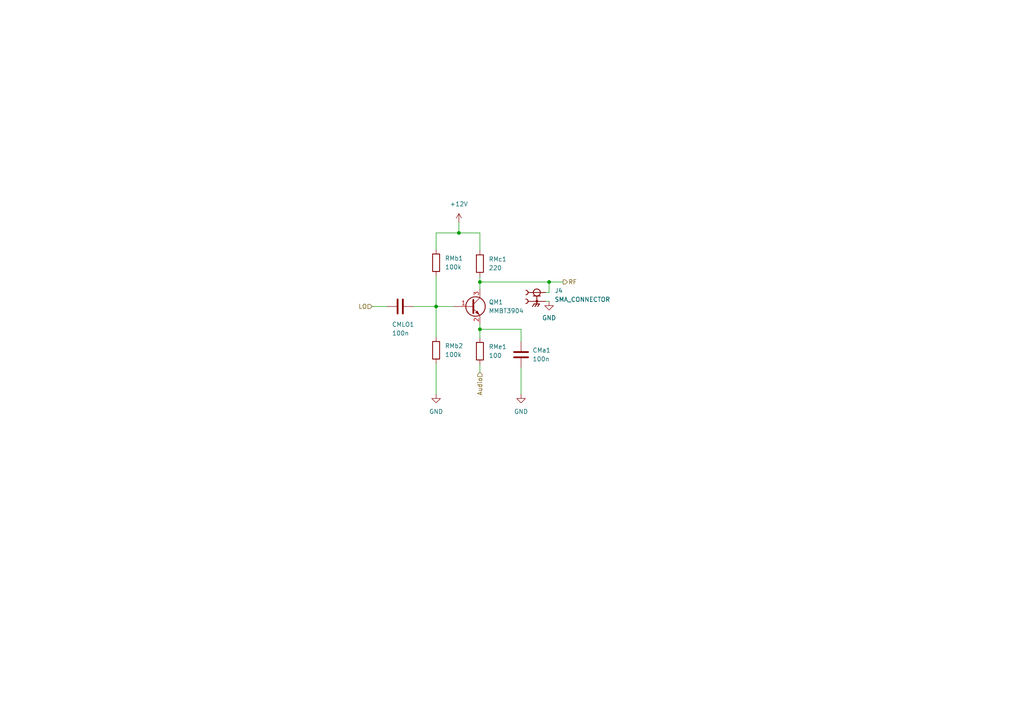
<source format=kicad_sch>
(kicad_sch (version 20211123) (generator eeschema)
  (paper "A4")
  (lib_symbols
    (symbol "Device:C" (pin_numbers hide) (pin_names (offset 0.254))
      (property "Reference" "C" (at 0.635 2.54 0))
      (property "Value" "C" (at 0.635 -2.54 0))
      (symbol "C_0_1"
        (polyline (pts (xy -2.032 -0.762) (xy 2.032 -0.762)) (stroke (width 0.508)))
        (polyline (pts (xy -2.032 0.762) (xy 2.032 0.762)) (stroke (width 0.508)))
      )
      (symbol "C_1_1"
        (pin passive line (at 0 3.81 270) (length 2.794) (name "~") (number "1"))
        (pin passive line (at 0 -3.81 90) (length 2.794) (name "~") (number "2"))
      )
    )
    (symbol "Device:Q_NPN_BEC" (pin_names (offset 0) hide)
      (property "Reference" "Q" (at 5.08 1.27 0))
      (property "Value" "Q_NPN_BEC" (at 5.08 -1.27 0))
      (symbol "Q_NPN_BEC_0_1"
        (polyline (pts (xy 0.635 0.635) (xy 2.54 2.54)))
        (polyline (pts (xy 0.635 -0.635) (xy 2.54 -2.54) (xy 2.54 -2.54)))
        (polyline (pts (xy 0.635 1.905) (xy 0.635 -1.905) (xy 0.635 -1.905)) (stroke (width 0.508)))
        (polyline (pts (xy 1.27 -1.778) (xy 1.778 -1.27) (xy 2.286 -2.286) (xy 1.27 -1.778) (xy 1.27 -1.778)) (fill (type outline)))
        (circle (center 1.27 0) (radius 2.8194) (stroke (width 0.254)))
      )
      (symbol "Q_NPN_BEC_1_1"
        (pin input line (at -5.08 0 0) (length 5.715) (name "B") (number "1"))
        (pin passive line (at 2.54 -5.08 90) (length 2.54) (name "E") (number "2"))
        (pin passive line (at 2.54 5.08 270) (length 2.54) (name "C") (number "3"))
      )
    )
    (symbol "Device:R" (pin_numbers hide) (pin_names (offset 0))
      (property "Reference" "R" (at 2.032 0 90))
      (property "Value" "R" (at 0 0 90))
      (symbol "R_0_1"
        (rectangle (start -1.016 -2.54) (end 1.016 2.54) (stroke (width 0.254)))
      )
      (symbol "R_1_1"
        (pin passive line (at 0 3.81 270) (length 1.27) (name "~") (number "1"))
        (pin passive line (at 0 -3.81 90) (length 1.27) (name "~") (number "2"))
      )
    )
    (symbol "SMA_T:SMA_CONNECTOR" (pin_numbers hide) (pin_names (offset 1.016) hide)
      (property "Reference" "J" (at -3.81 1.524 0))
      (property "Value" "SMA_CONNECTOR" (at -4.064 -6.858 0))
      (symbol "SMA_CONNECTOR_0_0"
        (arc (start -3.175 -3.175) (mid -2.54 -2.54) (end -3.175 -1.905) (stroke (width 0.254)))
        (arc (start -3.175 -0.635) (mid -2.54 0) (end -3.175 0.635) (stroke (width 0.254)))
        (circle (center 0 -2.54) (radius 0.254) (stroke (width 0.254)))
        (polyline (pts (xy -1.016 -1.016) (xy 0 -1.016)) (stroke (width 0.254)))
        (polyline (pts (xy -0.762 -3.302) (xy -1.27 -4.064)) (stroke (width 0.254)))
        (polyline (pts (xy 0 -3.302) (xy -0.762 -3.302)) (stroke (width 0.254)))
        (polyline (pts (xy 0 -3.302) (xy -0.508 -4.064)) (stroke (width 0.254)))
        (polyline (pts (xy 0 -3.302) (xy 0.762 -3.302)) (stroke (width 0.254)))
        (polyline (pts (xy 0 -1.016) (xy 0 -3.302)) (stroke (width 0.254)))
        (polyline (pts (xy 0 -1.016) (xy 1.016 -1.016)) (stroke (width 0.254)))
        (polyline (pts (xy 0.762 -3.302) (xy 0.254 -4.064)) (stroke (width 0.254)))
        (circle (center 0 0) (radius 1.016) (stroke (width 0.254)))
        (pin passive line (at 2.54 0 180) (length 5.08) (name "~") (number "1"))
        (pin passive line (at 2.54 -2.54 180) (length 5.08) (name "~") (number "G1"))
        (pin passive line (at 2.54 -2.54 180) (length 5.08) (name "~") (number "G2"))
        (pin passive line (at 2.54 -2.54 180) (length 5.08) (name "~") (number "G3"))
        (pin passive line (at 2.54 -2.54 180) (length 5.08) (name "~") (number "G4"))
      )
    )
    (symbol "power:+12V" (power) (pin_names (offset 0))
      (property "Value" "+12V" (at 0 3.556 0))
      (symbol "+12V_0_1"
        (polyline (pts (xy -0.762 1.27) (xy 0 2.54)))
        (polyline (pts (xy 0 0) (xy 0 2.54)))
        (polyline (pts (xy 0 2.54) (xy 0.762 1.27)))
      )
      (symbol "+12V_1_1"
        (pin power_in line (at 0 0 90) (length 0) hide (name "+12V") (number "1"))
      )
    )
    (symbol "power:GND" (power) (pin_names (offset 0))
      (property "Value" "GND" (at 0 -3.81 0))
      (symbol "GND_0_1"
        (polyline (pts (xy 0 0) (xy 0 -1.27) (xy 1.27 -1.27) (xy 0 -2.54) (xy -1.27 -1.27) (xy 0 -1.27)))
      )
      (symbol "GND_1_1"
        (pin power_in line (at 0 0 270) (length 0) hide (name "GND") (number "1"))
      )
    )
  )
  (junction (at 139.192 95.504))
  (junction (at 126.492 88.9))
  (junction (at 133.096 67.564))
  (junction (at 139.192 81.788))
  (junction (at 159.258 81.788))
  (wire (pts (xy 139.192 105.664) (xy 139.192 107.95)))
  (wire (pts (xy 159.258 81.788) (xy 159.258 84.836)))
  (wire (pts (xy 119.888 88.9) (xy 126.492 88.9)))
  (wire (pts (xy 126.492 67.564) (xy 126.492 72.39)))
  (wire (pts (xy 151.13 106.68) (xy 151.13 114.3)))
  (wire (pts (xy 139.192 80.264) (xy 139.192 81.788)))
  (wire (pts (xy 139.192 67.564) (xy 133.096 67.564)))
  (wire (pts (xy 139.192 93.98) (xy 139.192 95.504)))
  (wire (pts (xy 139.192 67.564) (xy 139.192 72.644)))
  (wire (pts (xy 107.95 88.9) (xy 112.268 88.9)))
  (wire (pts (xy 158.242 87.376) (xy 159.258 87.376)))
  (wire (pts (xy 139.192 81.788) (xy 139.192 83.82)))
  (wire (pts (xy 126.492 88.9) (xy 126.492 97.79)))
  (wire (pts (xy 159.258 81.788) (xy 163.322 81.788)))
  (wire (pts (xy 126.492 80.01) (xy 126.492 88.9)))
  (wire (pts (xy 139.192 95.504) (xy 139.192 98.044)))
  (wire (pts (xy 151.13 95.504) (xy 151.13 99.06)))
  (wire (pts (xy 133.096 67.564) (xy 126.492 67.564)))
  (wire (pts (xy 126.492 88.9) (xy 131.572 88.9)))
  (wire (pts (xy 133.096 64.516) (xy 133.096 67.564)))
  (wire (pts (xy 139.192 81.788) (xy 159.258 81.788)))
  (wire (pts (xy 159.258 84.836) (xy 158.242 84.836)))
  (wire (pts (xy 139.192 95.504) (xy 151.13 95.504)))
  (wire (pts (xy 126.492 105.41) (xy 126.492 114.3)))
  (hierarchical_label "RF" (shape output) (at 163.322 81.788 0))
  (hierarchical_label "Audio" (shape input) (at 139.192 107.95 270))
  (hierarchical_label "LO" (shape input) (at 107.95 88.9 180))
  (symbol (lib_id "power:GND") (at 159.258 87.376 0) (unit 1)
    (property "Reference" "#PWR0117" (effects hide))
    (property "Value" "GND" (at 159.258 92.202 0))
  )
  (symbol (lib_id "Device:C") (at 151.13 102.87 0) (unit 1)
    (property "Reference" "CMa1" (at 154.432 101.5999 0) (effects (justify left)))
    (property "Value" "100n" (at 154.432 104.1399 0) (effects (justify left)))
    (property "Footprint" "Capacitor_SMD:C_0805_2012Metric_Pad1.18x1.45mm_HandSolder" (effects hide))
  )
  (symbol (lib_id "Device:C") (at 116.078 88.9 270) (unit 1)
    (property "Reference" "CMLO1" (at 113.665 94.1069 90) (effects (justify left)))
    (property "Value" "100n" (at 113.665 96.6469 90) (effects (justify left)))
    (property "Footprint" "Capacitor_SMD:C_0805_2012Metric_Pad1.18x1.45mm_HandSolder" (effects hide))
  )
  (symbol (lib_id "SMA_T:SMA_CONNECTOR") (at 155.702 84.836 0) (unit 1)
    (property "Reference" "J4" (at 162.052 84.328 0))
    (property "Value" "SMA_CONNECTOR" (at 168.91 86.868 0))
    (property "Footprint" "LPRS_SMA_CONNECTOR" (effects hide))
    (property "MANUFACTURER" "LPRS" (effects hide))
    (property "MAXIMUM_PACKAGE_HEIGHT" "8.3 mm" (effects hide))
    (property "STANDARD" "Manufacturer Recommendations" (effects hide))
    (property "PARTREV" "1.3" (effects hide))
  )
  (symbol (lib_id "Device:Q_NPN_BEC") (at 136.652 88.9 0) (unit 1)
    (property "Reference" "QM1" (at 141.732 87.6299 0) (effects (justify left)))
    (property "Value" "MMBT3904" (at 141.732 90.1699 0) (effects (justify left)))
    (property "Footprint" "Package_TO_SOT_SMD:SOT-23" (effects hide))
    (property "Datasheet" "https://www.sigmaelectronica.net/manuals/MMBT3904.pdf" (effects hide))
  )
  (symbol (lib_id "Device:R") (at 139.192 101.854 0) (unit 1)
    (property "Reference" "RMe1" (at 141.732 100.5839 0) (effects (justify left)))
    (property "Value" "100" (at 141.732 103.1239 0) (effects (justify left)))
    (property "Footprint" "Resistor_SMD:R_1206_3216Metric_Pad1.30x1.75mm_HandSolder" (effects hide))
  )
  (symbol (lib_id "power:+12V") (at 133.096 64.516 0) (unit 1)
    (property "Reference" "#PWR0108" (effects hide))
    (property "Value" "+12V" (at 133.096 59.182 0))
  )
  (symbol (lib_id "power:GND") (at 126.492 114.3 0) (unit 1)
    (property "Reference" "#PWR0109" (effects hide))
    (property "Value" "GND" (at 126.492 119.38 0))
  )
  (symbol (lib_id "power:GND") (at 151.13 114.3 0) (unit 1)
    (property "Reference" "#PWR0110" (effects hide))
    (property "Value" "GND" (at 151.13 119.38 0))
  )
  (symbol (lib_id "Device:R") (at 126.492 76.2 0) (unit 1)
    (property "Reference" "RMb1" (at 129.032 74.9299 0) (effects (justify left)))
    (property "Value" "100k" (at 129.032 77.4699 0) (effects (justify left)))
    (property "Footprint" "Resistor_SMD:R_1206_3216Metric_Pad1.30x1.75mm_HandSolder" (effects hide))
  )
  (symbol (lib_id "Device:R") (at 126.492 101.6 0) (unit 1)
    (property "Reference" "RMb2" (at 129.032 100.3299 0) (effects (justify left)))
    (property "Value" "100k" (at 129.032 102.8699 0) (effects (justify left)))
    (property "Footprint" "Resistor_SMD:R_1206_3216Metric_Pad1.30x1.75mm_HandSolder" (effects hide))
  )
  (symbol (lib_id "Device:R") (at 139.192 76.454 0) (unit 1)
    (property "Reference" "RMc1" (at 141.732 75.1839 0) (effects (justify left)))
    (property "Value" "220" (at 141.732 77.7239 0) (effects (justify left)))
    (property "Footprint" "Resistor_SMD:R_0805_2012Metric_Pad1.20x1.40mm_HandSolder" (effects hide))
  )
)
</source>
